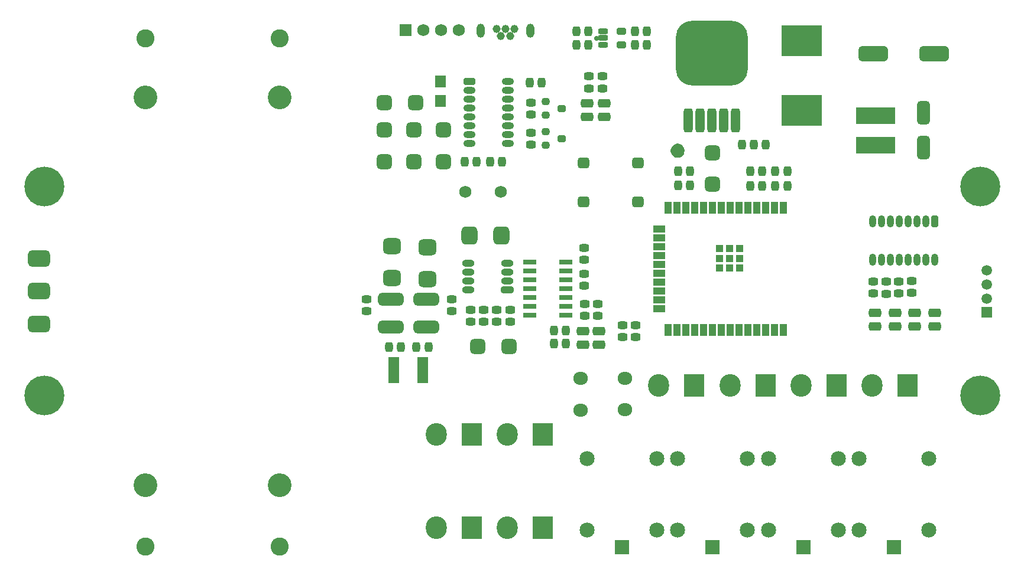
<source format=gbr>
%TF.GenerationSoftware,Altium Limited,Altium Designer,21.3.2 (30)*%
G04 Layer_Color=8388736*
%FSLAX26Y26*%
%MOIN*%
%TF.SameCoordinates,FFAA3912-E1DC-4B59-95C2-56FC1F4E7B50*%
%TF.FilePolarity,Negative*%
%TF.FileFunction,Soldermask,Top*%
%TF.Part,Single*%
G01*
G75*
%TA.AperFunction,SMDPad,CuDef*%
G04:AMPARAMS|DCode=69|XSize=86.74mil|YSize=86.74mil|CornerRadius=23.685mil|HoleSize=0mil|Usage=FLASHONLY|Rotation=90.000|XOffset=0mil|YOffset=0mil|HoleType=Round|Shape=RoundedRectangle|*
%AMROUNDEDRECTD69*
21,1,0.086740,0.039370,0,0,90.0*
21,1,0.039370,0.086740,0,0,90.0*
1,1,0.047370,0.019685,0.019685*
1,1,0.047370,0.019685,-0.019685*
1,1,0.047370,-0.019685,-0.019685*
1,1,0.047370,-0.019685,0.019685*
%
%ADD69ROUNDEDRECTD69*%
%TA.AperFunction,ComponentPad*%
G04:AMPARAMS|DCode=70|XSize=94.614mil|YSize=126.11mil|CornerRadius=25.654mil|HoleSize=0mil|Usage=FLASHONLY|Rotation=270.000|XOffset=0mil|YOffset=0mil|HoleType=Round|Shape=RoundedRectangle|*
%AMROUNDEDRECTD70*
21,1,0.094614,0.074803,0,0,270.0*
21,1,0.043307,0.126110,0,0,270.0*
1,1,0.051307,-0.037401,-0.021654*
1,1,0.051307,-0.037401,0.021654*
1,1,0.051307,0.037401,0.021654*
1,1,0.051307,0.037401,-0.021654*
%
%ADD70ROUNDEDRECTD70*%
%ADD71C,0.133984*%
%ADD72C,0.102488*%
%ADD73R,0.118000X0.128000*%
%ADD74O,0.118000X0.128000*%
%ADD75C,0.084772*%
%ADD76R,0.084772X0.084772*%
%ADD79O,0.043748X0.079496*%
%ADD80C,0.045717*%
%ADD81O,0.083000X0.073000*%
%ADD83R,0.059496X0.059496*%
%ADD84C,0.059496*%
%TA.AperFunction,ViaPad*%
%ADD85C,0.028000*%
%ADD86C,0.224535*%
%TA.AperFunction,SMDPad,CuDef*%
%ADD111R,0.228472X0.173354*%
%ADD112R,0.224535X0.096583*%
G04:AMPARAMS|DCode=113|XSize=31.622mil|YSize=55.244mil|CornerRadius=9.906mil|HoleSize=0mil|Usage=FLASHONLY|Rotation=90.000|XOffset=0mil|YOffset=0mil|HoleType=Round|Shape=RoundedRectangle|*
%AMROUNDEDRECTD113*
21,1,0.031622,0.035433,0,0,90.0*
21,1,0.011811,0.055244,0,0,90.0*
1,1,0.019811,0.017717,0.005906*
1,1,0.019811,0.017717,-0.005906*
1,1,0.019811,-0.017717,-0.005906*
1,1,0.019811,-0.017717,0.005906*
%
%ADD113ROUNDEDRECTD113*%
G04:AMPARAMS|DCode=114|XSize=39.496mil|YSize=55.244mil|CornerRadius=11.874mil|HoleSize=0mil|Usage=FLASHONLY|Rotation=90.000|XOffset=0mil|YOffset=0mil|HoleType=Round|Shape=RoundedRectangle|*
%AMROUNDEDRECTD114*
21,1,0.039496,0.031496,0,0,90.0*
21,1,0.015748,0.055244,0,0,90.0*
1,1,0.023748,0.015748,0.007874*
1,1,0.023748,0.015748,-0.007874*
1,1,0.023748,-0.015748,-0.007874*
1,1,0.023748,-0.015748,0.007874*
%
%ADD114ROUNDEDRECTD114*%
%ADD115O,0.067843X0.039496*%
G04:AMPARAMS|DCode=116|XSize=39.496mil|YSize=67.843mil|CornerRadius=11.874mil|HoleSize=0mil|Usage=FLASHONLY|Rotation=90.000|XOffset=0mil|YOffset=0mil|HoleType=Round|Shape=RoundedRectangle|*
%AMROUNDEDRECTD116*
21,1,0.039496,0.044094,0,0,90.0*
21,1,0.015748,0.067843,0,0,90.0*
1,1,0.023748,0.022047,0.007874*
1,1,0.023748,0.022047,-0.007874*
1,1,0.023748,-0.022047,-0.007874*
1,1,0.023748,-0.022047,0.007874*
%
%ADD116ROUNDEDRECTD116*%
%ADD117R,0.059181X0.069024*%
G04:AMPARAMS|DCode=118|XSize=55.244mil|YSize=43.433mil|CornerRadius=12.858mil|HoleSize=0mil|Usage=FLASHONLY|Rotation=180.000|XOffset=0mil|YOffset=0mil|HoleType=Round|Shape=RoundedRectangle|*
%AMROUNDEDRECTD118*
21,1,0.055244,0.017717,0,0,180.0*
21,1,0.029528,0.043433,0,0,180.0*
1,1,0.025716,-0.014764,0.008858*
1,1,0.025716,0.014764,0.008858*
1,1,0.025716,0.014764,-0.008858*
1,1,0.025716,-0.014764,-0.008858*
%
%ADD118ROUNDEDRECTD118*%
G04:AMPARAMS|DCode=119|XSize=55.244mil|YSize=43.433mil|CornerRadius=12.858mil|HoleSize=0mil|Usage=FLASHONLY|Rotation=270.000|XOffset=0mil|YOffset=0mil|HoleType=Round|Shape=RoundedRectangle|*
%AMROUNDEDRECTD119*
21,1,0.055244,0.017717,0,0,270.0*
21,1,0.029528,0.043433,0,0,270.0*
1,1,0.025716,-0.008858,-0.014764*
1,1,0.025716,-0.008858,0.014764*
1,1,0.025716,0.008858,0.014764*
1,1,0.025716,0.008858,-0.014764*
%
%ADD119ROUNDEDRECTD119*%
G04:AMPARAMS|DCode=120|XSize=70.992mil|YSize=49.339mil|CornerRadius=14.335mil|HoleSize=0mil|Usage=FLASHONLY|Rotation=180.000|XOffset=0mil|YOffset=0mil|HoleType=Round|Shape=RoundedRectangle|*
%AMROUNDEDRECTD120*
21,1,0.070992,0.020669,0,0,180.0*
21,1,0.042323,0.049339,0,0,180.0*
1,1,0.028669,-0.021162,0.010335*
1,1,0.028669,0.021162,0.010335*
1,1,0.028669,0.021162,-0.010335*
1,1,0.028669,-0.021162,-0.010335*
%
%ADD120ROUNDEDRECTD120*%
G04:AMPARAMS|DCode=121|XSize=143.827mil|YSize=70.992mil|CornerRadius=19.748mil|HoleSize=0mil|Usage=FLASHONLY|Rotation=0.000|XOffset=0mil|YOffset=0mil|HoleType=Round|Shape=RoundedRectangle|*
%AMROUNDEDRECTD121*
21,1,0.143827,0.031496,0,0,0.0*
21,1,0.104331,0.070992,0,0,0.0*
1,1,0.039496,0.052165,-0.015748*
1,1,0.039496,-0.052165,-0.015748*
1,1,0.039496,-0.052165,0.015748*
1,1,0.039496,0.052165,0.015748*
%
%ADD121ROUNDEDRECTD121*%
G04:AMPARAMS|DCode=122|XSize=102.488mil|YSize=90.677mil|CornerRadius=24.669mil|HoleSize=0mil|Usage=FLASHONLY|Rotation=0.000|XOffset=0mil|YOffset=0mil|HoleType=Round|Shape=RoundedRectangle|*
%AMROUNDEDRECTD122*
21,1,0.102488,0.041339,0,0,0.0*
21,1,0.053150,0.090677,0,0,0.0*
1,1,0.049339,0.026575,-0.020669*
1,1,0.049339,-0.026575,-0.020669*
1,1,0.049339,-0.026575,0.020669*
1,1,0.049339,0.026575,0.020669*
%
%ADD122ROUNDEDRECTD122*%
G04:AMPARAMS|DCode=123|XSize=67.055mil|YSize=63.118mil|CornerRadius=17.779mil|HoleSize=0mil|Usage=FLASHONLY|Rotation=0.000|XOffset=0mil|YOffset=0mil|HoleType=Round|Shape=RoundedRectangle|*
%AMROUNDEDRECTD123*
21,1,0.067055,0.027559,0,0,0.0*
21,1,0.031496,0.063118,0,0,0.0*
1,1,0.035559,0.015748,-0.013780*
1,1,0.035559,-0.015748,-0.013780*
1,1,0.035559,-0.015748,0.013780*
1,1,0.035559,0.015748,0.013780*
%
%ADD123ROUNDEDRECTD123*%
%ADD124R,0.043433X0.067055*%
%ADD125R,0.067055X0.043433*%
%TA.AperFunction,BGAPad,CuDef*%
%ADD126R,0.043433X0.043433*%
%TA.AperFunction,SMDPad,CuDef*%
G04:AMPARAMS|DCode=127|XSize=133.984mil|YSize=70.992mil|CornerRadius=19.748mil|HoleSize=0mil|Usage=FLASHONLY|Rotation=90.000|XOffset=0mil|YOffset=0mil|HoleType=Round|Shape=RoundedRectangle|*
%AMROUNDEDRECTD127*
21,1,0.133984,0.031496,0,0,90.0*
21,1,0.094488,0.070992,0,0,90.0*
1,1,0.039496,0.015748,0.047244*
1,1,0.039496,0.015748,-0.047244*
1,1,0.039496,-0.015748,-0.047244*
1,1,0.039496,-0.015748,0.047244*
%
%ADD127ROUNDEDRECTD127*%
G04:AMPARAMS|DCode=128|XSize=169.417mil|YSize=86.74mil|CornerRadius=23.685mil|HoleSize=0mil|Usage=FLASHONLY|Rotation=0.000|XOffset=0mil|YOffset=0mil|HoleType=Round|Shape=RoundedRectangle|*
%AMROUNDEDRECTD128*
21,1,0.169417,0.039370,0,0,0.0*
21,1,0.122047,0.086740,0,0,0.0*
1,1,0.047370,0.061024,-0.019685*
1,1,0.047370,-0.061024,-0.019685*
1,1,0.047370,-0.061024,0.019685*
1,1,0.047370,0.061024,0.019685*
%
%ADD128ROUNDEDRECTD128*%
G04:AMPARAMS|DCode=129|XSize=405.638mil|YSize=366.268mil|CornerRadius=93.567mil|HoleSize=0mil|Usage=FLASHONLY|Rotation=180.000|XOffset=0mil|YOffset=0mil|HoleType=Round|Shape=RoundedRectangle|*
%AMROUNDEDRECTD129*
21,1,0.405638,0.179134,0,0,180.0*
21,1,0.218504,0.366268,0,0,180.0*
1,1,0.187134,-0.109252,0.089567*
1,1,0.187134,0.109252,0.089567*
1,1,0.187134,0.109252,-0.089567*
1,1,0.187134,-0.109252,-0.089567*
%
%ADD129ROUNDEDRECTD129*%
G04:AMPARAMS|DCode=130|XSize=51.307mil|YSize=135.953mil|CornerRadius=14.827mil|HoleSize=0mil|Usage=FLASHONLY|Rotation=180.000|XOffset=0mil|YOffset=0mil|HoleType=Round|Shape=RoundedRectangle|*
%AMROUNDEDRECTD130*
21,1,0.051307,0.106299,0,0,180.0*
21,1,0.021654,0.135953,0,0,180.0*
1,1,0.029654,-0.010827,0.053150*
1,1,0.029654,0.010827,0.053150*
1,1,0.029654,0.010827,-0.053150*
1,1,0.029654,-0.010827,-0.053150*
%
%ADD130ROUNDEDRECTD130*%
G04:AMPARAMS|DCode=131|XSize=39.496mil|YSize=43.433mil|CornerRadius=11.874mil|HoleSize=0mil|Usage=FLASHONLY|Rotation=90.000|XOffset=0mil|YOffset=0mil|HoleType=Round|Shape=RoundedRectangle|*
%AMROUNDEDRECTD131*
21,1,0.039496,0.019685,0,0,90.0*
21,1,0.015748,0.043433,0,0,90.0*
1,1,0.023748,0.009843,0.007874*
1,1,0.023748,0.009843,-0.007874*
1,1,0.023748,-0.009843,-0.007874*
1,1,0.023748,-0.009843,0.007874*
%
%ADD131ROUNDEDRECTD131*%
G04:AMPARAMS|DCode=132|XSize=39.496mil|YSize=47.37mil|CornerRadius=11.874mil|HoleSize=0mil|Usage=FLASHONLY|Rotation=90.000|XOffset=0mil|YOffset=0mil|HoleType=Round|Shape=RoundedRectangle|*
%AMROUNDEDRECTD132*
21,1,0.039496,0.023622,0,0,90.0*
21,1,0.015748,0.047370,0,0,90.0*
1,1,0.023748,0.011811,0.007874*
1,1,0.023748,0.011811,-0.007874*
1,1,0.023748,-0.011811,-0.007874*
1,1,0.023748,-0.011811,0.007874*
%
%ADD132ROUNDEDRECTD132*%
G04:AMPARAMS|DCode=133|XSize=86.74mil|YSize=86.74mil|CornerRadius=23.685mil|HoleSize=0mil|Usage=FLASHONLY|Rotation=180.000|XOffset=0mil|YOffset=0mil|HoleType=Round|Shape=RoundedRectangle|*
%AMROUNDEDRECTD133*
21,1,0.086740,0.039370,0,0,180.0*
21,1,0.039370,0.086740,0,0,180.0*
1,1,0.047370,-0.019685,0.019685*
1,1,0.047370,0.019685,0.019685*
1,1,0.047370,0.019685,-0.019685*
1,1,0.047370,-0.019685,-0.019685*
%
%ADD133ROUNDEDRECTD133*%
%ADD134R,0.019811X0.015874*%
%ADD135R,0.063118X0.146189*%
G04:AMPARAMS|DCode=136|XSize=39.496mil|YSize=70.992mil|CornerRadius=11.874mil|HoleSize=0mil|Usage=FLASHONLY|Rotation=270.000|XOffset=0mil|YOffset=0mil|HoleType=Round|Shape=RoundedRectangle|*
%AMROUNDEDRECTD136*
21,1,0.039496,0.047244,0,0,270.0*
21,1,0.015748,0.070992,0,0,270.0*
1,1,0.023748,-0.023622,-0.007874*
1,1,0.023748,-0.023622,0.007874*
1,1,0.023748,0.023622,0.007874*
1,1,0.023748,0.023622,-0.007874*
%
%ADD136ROUNDEDRECTD136*%
%ADD137O,0.070992X0.039496*%
%ADD138R,0.075000X0.029000*%
G04:AMPARAMS|DCode=139|XSize=102.488mil|YSize=90.677mil|CornerRadius=24.669mil|HoleSize=0mil|Usage=FLASHONLY|Rotation=270.000|XOffset=0mil|YOffset=0mil|HoleType=Round|Shape=RoundedRectangle|*
%AMROUNDEDRECTD139*
21,1,0.102488,0.041339,0,0,270.0*
21,1,0.053150,0.090677,0,0,270.0*
1,1,0.049339,-0.020669,-0.026575*
1,1,0.049339,-0.020669,0.026575*
1,1,0.049339,0.020669,0.026575*
1,1,0.049339,0.020669,-0.026575*
%
%ADD139ROUNDEDRECTD139*%
G04:AMPARAMS|DCode=140|XSize=39.496mil|YSize=67.843mil|CornerRadius=11.874mil|HoleSize=0mil|Usage=FLASHONLY|Rotation=0.000|XOffset=0mil|YOffset=0mil|HoleType=Round|Shape=RoundedRectangle|*
%AMROUNDEDRECTD140*
21,1,0.039496,0.044094,0,0,0.0*
21,1,0.015748,0.067843,0,0,0.0*
1,1,0.023748,0.007874,-0.022047*
1,1,0.023748,-0.007874,-0.022047*
1,1,0.023748,-0.007874,0.022047*
1,1,0.023748,0.007874,0.022047*
%
%ADD140ROUNDEDRECTD140*%
%ADD141O,0.039496X0.067843*%
%TA.AperFunction,ComponentPad*%
%ADD142R,0.068000X0.068000*%
%ADD143C,0.068000*%
G36*
X3804484Y2535731D02*
X3811649Y2532763D01*
X3818097Y2528455D01*
X3823581Y2522971D01*
X3827889Y2516523D01*
X3830857Y2509358D01*
X3832370Y2501752D01*
Y2497874D01*
Y2497874D01*
Y2493996D01*
X3830857Y2486390D01*
X3827889Y2479225D01*
X3823581Y2472777D01*
X3818097Y2467293D01*
X3811649Y2462985D01*
X3804484Y2460017D01*
X3796878Y2458504D01*
X3789122D01*
X3781516Y2460017D01*
X3774351Y2462985D01*
X3767903Y2467293D01*
X3762419Y2472777D01*
X3758111Y2479225D01*
X3755143Y2486390D01*
X3753630Y2493996D01*
Y2497874D01*
Y2501752D01*
X3755143Y2509358D01*
X3758111Y2516523D01*
X3762419Y2522971D01*
X3767903Y2528455D01*
X3774351Y2532763D01*
X3781516Y2535731D01*
X3789122Y2537244D01*
X3796878D01*
X3804484Y2535731D01*
D02*
G37*
D69*
X2843583Y1393000D02*
D03*
X2666417D02*
D03*
X2139000Y2767000D02*
D03*
X2316166D02*
D03*
D70*
X192000Y1518769D02*
D03*
Y1703808D02*
D03*
Y1888848D02*
D03*
D71*
X791157Y2798690D02*
D03*
X1551000D02*
D03*
X791157Y608926D02*
D03*
X1551000D02*
D03*
D72*
Y262863D02*
D03*
Y3132942D02*
D03*
X791157D02*
D03*
Y262863D02*
D03*
D73*
X3032000Y896000D02*
D03*
X2632000D02*
D03*
X3032000Y367000D02*
D03*
X2632000D02*
D03*
X5089000Y1171000D02*
D03*
X4688500D02*
D03*
X4288000D02*
D03*
X3887500D02*
D03*
D74*
X2832000Y896000D02*
D03*
X2432000D02*
D03*
X2832000Y367000D02*
D03*
X2432000D02*
D03*
X4889000Y1171000D02*
D03*
X4488500D02*
D03*
X4088000D02*
D03*
X3687500D02*
D03*
D75*
X5209850Y757158D02*
D03*
X4816150D02*
D03*
Y355583D02*
D03*
X5209850D02*
D03*
X4700850Y757158D02*
D03*
X4307150D02*
D03*
Y355583D02*
D03*
X4700850D02*
D03*
X4185850Y757158D02*
D03*
X3792150D02*
D03*
Y355583D02*
D03*
X4185850D02*
D03*
X3674850Y757158D02*
D03*
X3281150D02*
D03*
Y355583D02*
D03*
X3674850D02*
D03*
D76*
X5013000Y257158D02*
D03*
X4504000D02*
D03*
X3989000D02*
D03*
X3478000D02*
D03*
D79*
X2963496Y3175000D02*
D03*
X2682000D02*
D03*
D80*
X2873929Y3183661D02*
D03*
X2848339Y3144291D02*
D03*
X2822748Y3183661D02*
D03*
X2797157Y3144291D02*
D03*
X2771567Y3183661D02*
D03*
D81*
X3246000Y1211000D02*
D03*
X3247000Y1033000D02*
D03*
X3497000Y1034000D02*
D03*
X3496000Y1211000D02*
D03*
D83*
X5537000Y1584520D02*
D03*
D84*
Y1663260D02*
D03*
Y1742000D02*
D03*
Y1820740D02*
D03*
D85*
X3337000Y3133000D02*
D03*
D86*
X222591Y1113480D02*
D03*
Y2294583D02*
D03*
X5498181Y1113480D02*
D03*
Y2294583D02*
D03*
D111*
X4492000Y2725150D02*
D03*
Y3118850D02*
D03*
D112*
X4910000Y2696323D02*
D03*
Y2529000D02*
D03*
D113*
X3373000Y3171260D02*
D03*
Y3133858D02*
D03*
Y3096457D02*
D03*
D114*
X3475362D02*
D03*
Y3171260D02*
D03*
D115*
X2837323Y2537000D02*
D03*
Y2587000D02*
D03*
Y2637000D02*
D03*
Y2687000D02*
D03*
Y2737000D02*
D03*
Y2787000D02*
D03*
Y2837000D02*
D03*
Y2887000D02*
D03*
X2620000Y2537000D02*
D03*
Y2587000D02*
D03*
Y2637000D02*
D03*
Y2687000D02*
D03*
Y2737000D02*
D03*
Y2787000D02*
D03*
Y2837000D02*
D03*
D116*
Y2887000D02*
D03*
D117*
X2456000Y2889647D02*
D03*
Y2777442D02*
D03*
D118*
X3266000Y1882071D02*
D03*
Y1949000D02*
D03*
X3265000Y1801465D02*
D03*
Y1734535D02*
D03*
X3343126Y1633315D02*
D03*
Y1566386D02*
D03*
X3267874D02*
D03*
Y1633315D02*
D03*
X5113000Y1694535D02*
D03*
Y1761465D02*
D03*
X5040825Y1693000D02*
D03*
Y1759929D02*
D03*
X4968650Y1690000D02*
D03*
Y1756929D02*
D03*
X4896475Y1690903D02*
D03*
Y1757833D02*
D03*
X2847968Y1598520D02*
D03*
Y1531591D02*
D03*
X2772968Y1531591D02*
D03*
Y1598520D02*
D03*
X2700356Y1531591D02*
D03*
Y1598520D02*
D03*
X2627000Y1598520D02*
D03*
Y1531591D02*
D03*
X2966000Y2702535D02*
D03*
Y2769465D02*
D03*
Y2599465D02*
D03*
Y2532535D02*
D03*
X3370126Y2916929D02*
D03*
Y2850000D02*
D03*
X3484000Y1511465D02*
D03*
Y1444535D02*
D03*
X3557000Y1511465D02*
D03*
Y1444535D02*
D03*
X2518000Y1592006D02*
D03*
Y1658935D02*
D03*
X3292040Y2916929D02*
D03*
Y2850000D02*
D03*
X2041000Y1592006D02*
D03*
Y1658935D02*
D03*
D119*
X3094535Y1482543D02*
D03*
X3161465D02*
D03*
X3094535Y1410000D02*
D03*
X3161465D02*
D03*
X3618465Y3096457D02*
D03*
X3551535D02*
D03*
X3618465Y3171260D02*
D03*
X3551535D02*
D03*
X3289465Y3096457D02*
D03*
X3222535D02*
D03*
Y3171260D02*
D03*
X3289465D02*
D03*
X2232000Y1389000D02*
D03*
X2165071D02*
D03*
X2321000D02*
D03*
X2387929D02*
D03*
X2737071Y2436417D02*
D03*
X2804000D02*
D03*
X2659000D02*
D03*
X2592071D02*
D03*
X3861465Y2303000D02*
D03*
X3794535D02*
D03*
Y2382000D02*
D03*
X3861465D02*
D03*
X4202740Y2299095D02*
D03*
X4269669D02*
D03*
X4411205D02*
D03*
X4344276D02*
D03*
X4202740Y2381095D02*
D03*
X4269669D02*
D03*
X4411205D02*
D03*
X4344276D02*
D03*
X4223000Y2531000D02*
D03*
X4156071D02*
D03*
X4290000D02*
D03*
X4223071D02*
D03*
X2958535Y2881000D02*
D03*
X3025465D02*
D03*
D120*
X3378000Y2689345D02*
D03*
Y2766117D02*
D03*
X3284166Y2689345D02*
D03*
Y2766117D02*
D03*
X5130142Y1505596D02*
D03*
Y1582368D02*
D03*
X5241475Y1505596D02*
D03*
Y1582368D02*
D03*
X5018809Y1505596D02*
D03*
Y1582368D02*
D03*
X4907475D02*
D03*
Y1505596D02*
D03*
X3351000Y1478772D02*
D03*
Y1402000D02*
D03*
X3260000Y1478772D02*
D03*
Y1402000D02*
D03*
D121*
X2377613Y1658935D02*
D03*
Y1501455D02*
D03*
X2177613D02*
D03*
Y1658935D02*
D03*
D122*
X2384000Y1953000D02*
D03*
Y1773000D02*
D03*
X2184000Y1957000D02*
D03*
Y1777000D02*
D03*
D123*
X3262457Y2207000D02*
D03*
X3569543D02*
D03*
X3262457Y2428000D02*
D03*
X3569543D02*
D03*
D124*
X3740102Y2174488D02*
D03*
X3790102D02*
D03*
X3840102D02*
D03*
X3890102D02*
D03*
X3940102D02*
D03*
X3990102D02*
D03*
X4040102D02*
D03*
X4090102D02*
D03*
X4140102D02*
D03*
X4190102D02*
D03*
X4240102D02*
D03*
X4290102D02*
D03*
X4340102D02*
D03*
X4390102D02*
D03*
X3740102Y1485512D02*
D03*
X3790102D02*
D03*
X3840102D02*
D03*
X3890102D02*
D03*
X3940102D02*
D03*
X3990102D02*
D03*
X4040102D02*
D03*
X4090102D02*
D03*
X4140102D02*
D03*
X4190102D02*
D03*
X4240102D02*
D03*
X4290102D02*
D03*
X4340102D02*
D03*
X4390102D02*
D03*
D125*
X3690890Y1805000D02*
D03*
Y1755000D02*
D03*
Y1705000D02*
D03*
Y1655000D02*
D03*
Y1605000D02*
D03*
Y1855000D02*
D03*
Y1905000D02*
D03*
Y1955000D02*
D03*
Y2005000D02*
D03*
Y2055000D02*
D03*
D126*
X4086165Y1889055D02*
D03*
Y1944173D02*
D03*
Y1833937D02*
D03*
X4141283Y1889055D02*
D03*
Y1944173D02*
D03*
Y1833937D02*
D03*
X4031047Y1889055D02*
D03*
Y1944173D02*
D03*
Y1833937D02*
D03*
D127*
X5180000Y2514236D02*
D03*
Y2711087D02*
D03*
D128*
X4897740Y3043803D02*
D03*
X5240260D02*
D03*
D129*
X3986000Y3049921D02*
D03*
D130*
X4119858Y2668032D02*
D03*
X4052929D02*
D03*
X3986000D02*
D03*
X3919071D02*
D03*
X3852142D02*
D03*
D131*
X3050449Y2529130D02*
D03*
Y2603933D02*
D03*
Y2699130D02*
D03*
Y2773933D02*
D03*
D132*
X3141000Y2566532D02*
D03*
Y2736532D02*
D03*
D133*
X2139000Y2613583D02*
D03*
Y2436417D02*
D03*
X2306500Y2613583D02*
D03*
Y2436417D02*
D03*
X2474000Y2613583D02*
D03*
Y2436417D02*
D03*
X3988000Y2484583D02*
D03*
Y2307417D02*
D03*
D134*
X3793000Y2505748D02*
D03*
Y2490000D02*
D03*
D135*
X2194016Y1260000D02*
D03*
X2355984D02*
D03*
D136*
X2831968Y1712055D02*
D03*
D137*
Y1762055D02*
D03*
Y1812055D02*
D03*
Y1862055D02*
D03*
X2612284Y1712055D02*
D03*
Y1762055D02*
D03*
Y1812055D02*
D03*
Y1862055D02*
D03*
D138*
X2957968Y1567055D02*
D03*
Y1617055D02*
D03*
Y1667055D02*
D03*
Y1717055D02*
D03*
Y1767055D02*
D03*
Y1817055D02*
D03*
Y1867055D02*
D03*
X3161968D02*
D03*
Y1817055D02*
D03*
Y1767055D02*
D03*
Y1717055D02*
D03*
Y1667055D02*
D03*
Y1617055D02*
D03*
Y1567055D02*
D03*
D139*
X2799000Y2020000D02*
D03*
X2619000D02*
D03*
D140*
X5243309Y2098251D02*
D03*
D141*
X5193309D02*
D03*
X5143309D02*
D03*
X5093309D02*
D03*
X5043309D02*
D03*
X4993309D02*
D03*
X4943309D02*
D03*
X4893309D02*
D03*
X5243309Y1880928D02*
D03*
X5193309D02*
D03*
X5143309D02*
D03*
X5093309D02*
D03*
X5043309D02*
D03*
X4993309D02*
D03*
X4943309D02*
D03*
X4893309D02*
D03*
D142*
X2260000Y3177000D02*
D03*
D143*
X2360000D02*
D03*
X2460000D02*
D03*
X2560000D02*
D03*
X2796000Y2266000D02*
D03*
X2596000D02*
D03*
%TF.MD5,de97edf136620115e556919c7783b533*%
M02*

</source>
